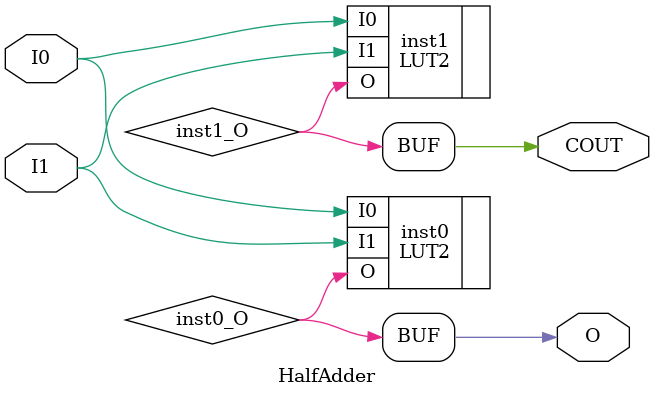
<source format=v>
module HalfAdder (input  I0, input  I1, output  O, output  COUT);
wire  inst0_O;
wire  inst1_O;
LUT2 #(.INIT(4'h6)) inst0 (.I0(I0), .I1(I1), .O(inst0_O));
LUT2 #(.INIT(4'h8)) inst1 (.I0(I0), .I1(I1), .O(inst1_O));
assign O = inst0_O;
assign COUT = inst1_O;
endmodule


</source>
